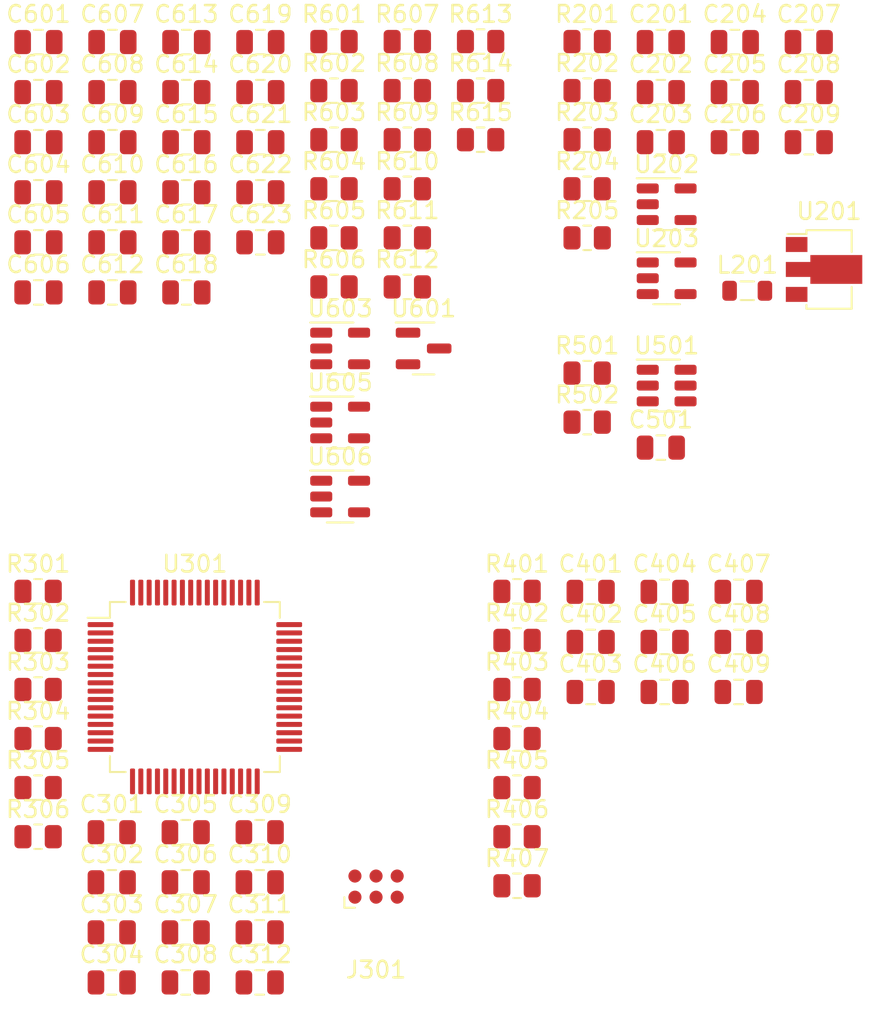
<source format=kicad_pcb>
(kicad_pcb (version 20221018) (generator pcbnew)
  (layers (0 "F.Cu" signal) (31 "B.Cu" signal) (34 "B.Paste" user) (35 "F.Paste" user) (36 "B.SilkS" user "B.Silkscreen") (37 "F.SilkS" user "F.Silkscreen") (38 "B.Mask" user) (39 "F.Mask" user) (44 "Edge.Cuts" user))
  (net 0 "")
  (net 1 "VBUS")
  (net 2 "GND")
  (net 3 "+5V")
  (net 4 "/PowerSupply/5V_FILT")
  (net 5 "+3.3VA")
  (net 6 "+3V3")
  (net 7 "/PowerSupply/BUCK_FB")
  (net 8 "Net-(U203-+)")
  (net 9 "/Processor/VCAP")
  (net 10 "/Processor/HSE_IN")
  (net 11 "Net-(C308-Pad1)")
  (net 12 "/Processor/nRST")
  (net 13 "Net-(C401-Pad1)")
  (net 14 "Net-(C402-Pad1)")
  (net 15 "/Effect Controls/PEDAL_EN")
  (net 16 "/Effect Controls/EFFECT1_KNOB0")
  (net 17 "/Effect Controls/EFFECT2_KNOB0")
  (net 18 "/Effect Controls/EFFECT1_KNOB1")
  (net 19 "/Effect Controls/EFFECT2_KNOB1")
  (net 20 "/Effect Controls/EFFECT1_KNOB2")
  (net 21 "/Effect Controls/EFFECT2_KNOB2")
  (net 22 "/Data Converters/ADC_VREF_VIN")
  (net 23 "/Data Converters/ADC_VREF")
  (net 24 "Net-(C606-Pad1)")
  (net 25 "Net-(U603-+)")
  (net 26 "Net-(U602-VREFIN{slash}OUT)")
  (net 27 "Net-(C613-Pad2)")
  (net 28 "Net-(U605--)")
  (net 29 "Net-(C616-Pad2)")
  (net 30 "Net-(C617-Pad2)")
  (net 31 "Net-(U605-+)")
  (net 32 "Net-(U606--)")
  (net 33 "Net-(C620-Pad2)")
  (net 34 "Net-(U606-+)")
  (net 35 "/Data Converters/ADC_IN-")
  (net 36 "/Data Converters/ADC_IN+")
  (net 37 "Net-(D304-A2)")
  (net 38 "Net-(D302-A2)")
  (net 39 "Net-(D303-A2)")
  (net 40 "Net-(D305-A2)")
  (net 41 "/Processor/HSE_OUT")
  (net 42 "/Processor/SWCLK")
  (net 43 "/Processor/SWDIO")
  (net 44 "/Processor/SWO")
  (net 45 "Net-(U301-BOOT0)")
  (net 46 "/Effect Controls/EFFECT1_EN")
  (net 47 "/Effect Controls/EFFECT2_EN")
  (net 48 "Net-(D401-A2)")
  (net 49 "Net-(D402-A2)")
  (net 50 "Net-(D403-A2)")
  (net 51 "Net-(SW402-L2)")
  (net 52 "Net-(D404-A1)")
  (net 53 "Net-(SW403-L2)")
  (net 54 "Net-(D405-A1)")
  (net 55 "Net-(J501-CC2)")
  (net 56 "Net-(J501-CC1)")
  (net 57 "Net-(D601-A2)")
  (net 58 "VCOM")
  (net 59 "Net-(U602-VOUT_B)")
  (net 60 "Net-(U602-VOUT_A)")
  (net 61 "Net-(U603--)")
  (net 62 "Net-(U604-SCLK)")
  (net 63 "/Data Converters/ADC_SCLK")
  (net 64 "Net-(D602-A2)")
  (net 65 "/PowerSupply/BUCK_SW")
  (net 69 "/Data Converters/DAC_MOSI")
  (net 71 "/Data Converters/DAC_SCLK")
  (net 72 "/Data Converters/DAC_CS")
  (net 87 "/Data Converters/DAC_NLDAC")
  (net 88 "/Data Converters/DAC_NCLR")
  (net 90 "/USB/D-")
  (net 91 "/USB/D+")
  (net 92 "/Data Converters/ADC_NCS")
  (net 93 "/Data Converters/ADC_MISO")
  (footprint "Package_TO_SOT_SMD:SOT-23-5" (layer "F.Cu") (at 51.28 57.46)
    (fp_text reference "U605" (at 0 -2.4) (layer "F.SilkS"))
    (fp_text value "MCP6001-OT")
    (pad "1" smd roundrect (at -1.1375 -0.95) (size 1.325 0.6) (layers "F.Cu" "F.Paste" "F.Mask") (net 28 "Net-(U605--)"))
    (pad "2" smd roundrect (at -1.1375 0) (size 1.325 0.6) (layers "F.Cu" "F.Paste" "F.Mask") (net 2 "GND"))
    (pad "3" smd roundrect (at -1.1375 0.95) (size 1.325 0.6) (layers "F.Cu" "F.Paste" "F.Mask") (net 31 "Net-(U605-+)"))
    (pad "4" smd roundrect (at 1.1375 0.95) (size 1.325 0.6) (layers "F.Cu" "F.Paste" "F.Mask") (net 28 "Net-(U605--)"))
    (pad "5" smd roundrect (at 1.1375 -0.95) (size 1.325 0.6) (layers "F.Cu" "F.Paste" "F.Mask") (net 5 "+3.3VA"))
  )
  (footprint "Capacitor_SMD:C_0805_2012Metric" (layer "F.Cu") (at 42.03 34.59)
    (fp_text reference "C613" (at 0 -1.68) (layer "F.SilkS"))
    (fp_text value "1n")
    (pad "1" smd roundrect (at -0.95 0) (size 1 1.45) (layers "F.Cu" "F.Paste" "F.Mask") (net 2 "GND"))
    (pad "2" smd roundrect (at 0.95 0) (size 1 1.45) (layers "F.Cu" "F.Paste" "F.Mask") (net 27 "Net-(C613-Pad2)"))
  )
  (footprint "Capacitor_SMD:C_0805_2012Metric" (layer "F.Cu") (at 41.99 85.1)
    (fp_text reference "C306" (at 0 -1.68) (layer "F.SilkS"))
    (fp_text value "1u")
    (pad "1" smd roundrect (at -0.95 0) (size 1 1.45) (layers "F.Cu" "F.Paste" "F.Mask") (net 6 "+3V3"))
    (pad "2" smd roundrect (at 0.95 0) (size 1 1.45) (layers "F.Cu" "F.Paste" "F.Mask") (net 2 "GND"))
  )
  (footprint "Capacitor_SMD:C_0805_2012Metric" (layer "F.Cu") (at 70.8 73.66)
    (fp_text reference "C406" (at 0 -1.68) (layer "F.SilkS"))
    (fp_text value "100n")
    (pad "1" smd roundrect (at -0.95 0) (size 1 1.45) (layers "F.Cu" "F.Paste" "F.Mask") (net 18 "/Effect Controls/EFFECT1_KNOB1"))
    (pad "2" smd roundrect (at 0.95 0) (size 1 1.45) (layers "F.Cu" "F.Paste" "F.Mask") (net 2 "GND"))
  )
  (footprint "Capacitor_SMD:C_0805_2012Metric" (layer "F.Cu") (at 70.57 37.6)
    (fp_text reference "C202" (at 0 -1.68) (layer "F.SilkS"))
    (fp_text value "1u")
    (pad "1" smd roundrect (at -0.95 0) (size 1 1.45) (layers "F.Cu" "F.Paste" "F.Mask") (net 3 "+5V"))
    (pad "2" smd roundrect (at 0.95 0) (size 1 1.45) (layers "F.Cu" "F.Paste" "F.Mask") (net 2 "GND"))
  )
  (footprint "Package_TO_SOT_SMD:SOT-23-6" (layer "F.Cu") (at 70.92 55.24)
    (fp_text reference "U501" (at 0 -2.4) (layer "F.SilkS"))
    (fp_text value "USBLC6-2SC6")
    (pad "1" smd roundrect (at -1.1375 -0.95) (size 1.325 0.6) (layers "F.Cu" "F.Paste" "F.Mask") (net 91 "/USB/D+"))
    (pad "2" smd roundrect (at -1.1375 0) (size 1.325 0.6) (layers "F.Cu" "F.Paste" "F.Mask") (net 2 "GND"))
    (pad "3" smd roundrect (at -1.1375 0.95) (size 1.325 0.6) (layers "F.Cu" "F.Paste" "F.Mask") (net 90 "/USB/D-"))
    (pad "4" smd roundrect (at 1.1375 0.95) (size 1.325 0.6) (layers "F.Cu" "F.Paste" "F.Mask") (net 90 "/USB/D-"))
    (pad "5" smd roundrect (at 1.1375 0) (size 1.325 0.6) (layers "F.Cu" "F.Paste" "F.Mask") (net 1 "VBUS"))
    (pad "6" smd roundrect (at 1.1375 -0.95) (size 1.325 0.6) (layers "F.Cu" "F.Paste" "F.Mask") (net 91 "/USB/D+"))
  )
  (footprint "Resistor_SMD:R_0805_2012Metric" (layer "F.Cu") (at 55.32 37.51)
    (fp_text reference "R608" (at 0 -1.65) (layer "F.SilkS"))
    (fp_text value "6K8")
    (pad "1" smd roundrect (at -0.9125 0) (size 1.025 1.4) (layers "F.Cu" "F.Paste" "F.Mask") (roundrect_rratio 0.243902) (net 61 "Net-(U603--)"))
    (pad "2" smd roundrect (at 0.9125 0) (size 1.025 1.4) (layers "F.Cu" "F.Paste" "F.Mask") (roundrect_rratio 0.243902) (net 30 "Net-(C617-Pad2)"))
  )
  (footprint "Capacitor_SMD:C_0805_2012Metric" (layer "F.Cu") (at 37.58 34.59)
    (fp_text reference "C607" (at 0 -1.68) (layer "F.SilkS"))
    (fp_text value "100n")
    (pad "1" smd roundrect (at -0.95 0) (size 1 1.45) (layers "F.Cu" "F.Paste" "F.Mask") (net 23 "/Data Converters/ADC_VREF"))
    (pad "2" smd roundrect (at 0.95 0) (size 1 1.45) (layers "F.Cu" "F.Paste" "F.Mask") (net 2 "GND"))
  )
  (footprint "Capacitor_SMD:C_0805_2012Metric" (layer "F.Cu") (at 46.44 88.11)
    (fp_text reference "C311" (at 0 -1.68) (layer "F.SilkS"))
    (fp_text value "4.7u")
    (pad "1" smd roundrect (at -0.95 0) (size 1 1.45) (layers "F.Cu" "F.Paste" "F.Mask") (net 6 "+3V3"))
    (pad "2" smd roundrect (at 0.95 0) (size 1 1.45) (layers "F.Cu" "F.Paste" "F.Mask") (net 2 "GND"))
  )
  (footprint "Resistor_SMD:R_0805_2012Metric" (layer "F.Cu") (at 66.14 46.36)
    (fp_text reference "R205" (at 0 -1.65) (layer "F.SilkS"))
    (fp_text value "1k")
    (pad "1" smd roundrect (at -0.9125 0) (size 1.025 1.4) (layers "F.Cu" "F.Paste" "F.Mask") (roundrect_rratio 0.243902) (net 2 "GND"))
    (pad "2" smd roundrect (at 0.9125 0) (size 1.025 1.4) (layers "F.Cu" "F.Paste" "F.Mask") (roundrect_rratio 0.243902) (net 8 "Net-(U203-+)"))
  )
  (footprint "Resistor_SMD:R_0805_2012Metric" (layer "F.Cu") (at 50.91 43.41)
    (fp_text reference "R604" (at 0 -1.65) (layer "F.SilkS"))
    (fp_text value "2M2")
    (pad "1" smd roundrect (at -0.9125 0) (size 1.025 1.4) (layers "F.Cu" "F.Paste" "F.Mask") (roundrect_rratio 0.243902) (net 58 "VCOM"))
    (pad "2" smd roundrect (at 0.9125 0) (size 1.025 1.4) (layers "F.Cu" "F.Paste" "F.Mask") (roundrect_rratio 0.243902) (net 25 "Net-(U603-+)"))
  )
  (footprint "Capacitor_SMD:C_0805_2012Metric" (layer "F.Cu") (at 37.58 43.62)
    (fp_text reference "C610" (at 0 -1.68) (layer "F.SilkS"))
    (fp_text value "10u")
    (pad "1" smd roundrect (at -0.95 0) (size 1 1.45) (layers "F.Cu" "F.Paste" "F.Mask") (net 5 "+3.3VA"))
    (pad "2" smd roundrect (at 0.95 0) (size 1 1.45) (layers "F.Cu" "F.Paste" "F.Mask") (net 2 "GND"))
  )
  (footprint "Capacitor_SMD:C_0805_2012Metric" (layer "F.Cu") (at 46.48 43.62)
    (fp_text reference "C622" (at 0 -1.68) (layer "F.SilkS"))
    (fp_text value "100n")
    (pad "1" smd roundrect (at -0.95 0) (size 1 1.45) (layers "F.Cu" "F.Paste" "F.Mask") (net 2 "GND"))
    (pad "2" smd roundrect (at 0.95 0) (size 1 1.45) (layers "F.Cu" "F.Paste" "F.Mask") (net 5 "+3.3VA"))
  )
  (footprint "Resistor_SMD:R_0805_2012Metric" (layer "F.Cu") (at 55.32 40.46)
    (fp_text reference "R609" (at 0 -1.65) (layer "F.SilkS"))
    (fp_text value "0R")
    (pad "1" smd roundrect (at -0.9125 0) (size 1.025 1.4) (layers "F.Cu" "F.Paste" "F.Mask") (roundrect_rratio 0.243902) (net 62 "Net-(U604-SCLK)"))
    (pad "2" smd roundrect (at 0.9125 0) (size 1.025 1.4) (layers "F.Cu" "F.Paste" "F.Mask") (roundrect_rratio 0.243902) (net 63 "/Data Converters/ADC_SCLK"))
  )
  (footprint "Capacitor_SMD:C_0805_2012Metric" (layer "F.Cu") (at 37.54 85.1)
    (fp_text reference "C302" (at 0 -1.68) (layer "F.SilkS"))
    (fp_text value "100n")
    (pad "1" smd roundrect (at -0.95 0) (size 1 1.45) (layers "F.Cu" "F.Paste" "F.Mask") (net 6 "+3V3"))
    (pad "2" smd roundrect (at 0.95 0) (size 1 1.45) (layers "F.Cu" "F.Paste" "F.Mask") (net 2 "GND"))
  )
  (footprint "Resistor_SMD:R_0805_2012Metric" (layer "F.Cu") (at 66.14 34.56)
    (fp_text reference "R201" (at 0 -1.65) (layer "F.SilkS"))
    (fp_text value "10R")
    (pad "1" smd roundrect (at -0.9125 0) (size 1.025 1.4) (layers "F.Cu" "F.Paste" "F.Mask") (roundrect_rratio 0.243902) (net 3 "+5V"))
    (pad "2" smd roundrect (at 0.9125 0) (size 1.025 1.4) (layers "F.Cu" "F.Paste" "F.Mask") (roundrect_rratio 0.243902) (net 4 "/PowerSupply/5V_FILT"))
  )
  (footprint "Capacitor_SMD:C_0805_2012Metric" (layer "F.Cu") (at 70.57 40.61)
    (fp_text reference "C203" (at 0 -1.68) (layer "F.SilkS"))
    (fp_text value "22u")
    (pad "1" smd roundrect (at -0.95 0) (size 1 1.45) (layers "F.Cu" "F.Paste" "F.Mask") (net 4 "/PowerSupply/5V_FILT"))
    (pad "2" smd roundrect (at 0.95 0) (size 1 1.45) (layers "F.Cu" "F.Paste" "F.Mask") (net 2 "GND"))
  )
  (footprint "Capacitor_SMD:C_0805_2012Metric" (layer "F.Cu") (at 46.44 85.1)
    (fp_text reference "C310" (at 0 -1.68) (layer "F.SilkS"))
    (fp_text value "100n")
    (pad "1" smd roundrect (at -0.95 0) (size 1 1.45) (layers "F.Cu" "F.Paste" "F.Mask") (net 6 "+3V3"))
    (pad "2" smd roundrect (at 0.95 0) (size 1 1.45) (layers "F.Cu" "F.Paste" "F.Mask") (net 2 "GND"))
  )
  (footprint "Capacitor_SMD:C_0805_2012Metric" (layer "F.Cu") (at 37.54 88.11)
    (fp_text reference "C303" (at 0 -1.68) (layer "F.SilkS"))
    (fp_text value "100n")
    (pad "1" smd roundrect (at -0.95 0) (size 1 1.45) (layers "F.Cu" "F.Paste" "F.Mask") (net 6 "+3V3"))
    (pad "2" smd roundrect (at 0.95 0) (size 1 1.45) (layers "F.Cu" "F.Paste" "F.Mask") (net 2 "GND"))
  )
  (footprint "Resistor_SMD:R_0805_2012Metric" (layer "F.Cu") (at 61.92 85.31)
    (fp_text reference "R407" (at 0 -1.65) (layer "F.SilkS"))
    (fp_text value "1K")
    (pad "1" smd roundrect (at -0.9125 0) (size 1.025 1.4) (layers "F.Cu" "F.Paste" "F.Mask") (roundrect_rratio 0.243902) (net 53 "Net-(SW403-L2)"))
    (pad "2" smd roundrect (at 0.9125 0) (size 1.025 1.4) (layers "F.Cu" "F.Paste" "F.Mask") (roundrect_rratio 0.243902) (net 54 "Net-(D405-A1)"))
  )
  (footprint "Resistor_SMD:R_0805_2012Metric" (layer "F.Cu") (at 66.14 43.41)
    (fp_text reference "R204" (at 0 -1.65) (layer "F.SilkS"))
    (fp_text value "1k")
    (pad "1" smd roundrect (at -0.9125 0) (size 1.025 1.4) (layers "F.Cu" "F.Paste" "F.Mask") (roundrect_rratio 0.243902) (net 8 "Net-(U203-+)"))
    (pad "2" smd roundrect (at 0.9125 0) (size 1.025 1.4) (layers "F.Cu" "F.Paste" "F.Mask") (roundrect_rratio 0.243902) (net 5 "+3.3VA"))
  )
  (footprint "Resistor_SMD:R_0805_2012Metric" (layer "F.Cu") (at 33.11 79.41)
    (fp_text reference "R305" (at 0 -1.65) (layer "F.SilkS"))
    (fp_text value "49.9R")
    (pad "1" smd roundrect (at -0.9125 0) (size 1.025 1.4) (layers "F.Cu" "F.Paste" "F.Mask") (roundrect_rratio 0.243902) (net 40 "Net-(D305-A2)"))
    (pad "2" smd roundrect (at 0.9125 0) (size 1.025 1.4) (layers "F.Cu" "F.Paste" "F.Mask") (roundrect_rratio 0.243902) (net 44 "/Processor/SWO"))
  )
  (footprint "Resistor_SMD:R_0805_2012Metric" (layer "F.Cu") (at 55.32 49.31)
    (fp_text reference "R612" (at 0 -1.65) (layer "F.SilkS"))
    (fp_text value "12K")
    (pad "1" smd roundrect (at -0.9125 0) (size 1.025 1.4) (layers "F.Cu" "F.Paste" "F.Mask") (roundrect_rratio 0.243902) (net 33 "Net-(C620-Pad2)"))
    (pad "2" smd roundrect (at 0.9125 0) (size 1.025 1.4) (layers "F.Cu" "F.Paste" "F.Mask") (roundrect_rratio 0.243902) (net 34 "Net-(U606-+)"))
  )
  (footprint "Inductor_SMD:L_0805_2012Metric" (layer "F.Cu") (at 75.77 49.54)
    (fp_text reference "L201" (at 0 -1.55) (layer "F.SilkS"))
    (fp_text value "10n")
    (pad "1" smd roundrect (at -1.0625 0) (size 0.875 1.2) (layers "F.Cu" "F.Paste" "F.Mask") (net 1 "VBUS"))
    (pad "2" smd roundrect (at 1.0625 0) (size 0.875 1.2) (layers "F.Cu" "F.Paste" "F.Mask") (net 3 "+5V"))
  )
  (footprint "Capacitor_SMD:C_0805_2012Metric" (layer "F.Cu") (at 75.25 67.64)
    (fp_text reference "C407" (at 0 -1.68) (layer "F.SilkS"))
    (fp_text value "100n")
    (pad "1" smd roundrect (at -0.95 0) (size 1 1.45) (layers "F.Cu" "F.Paste" "F.Mask") (net 19 "/Effect Controls/EFFECT2_KNOB1"))
    (pad "2" smd roundrect (at 0.95 0) (size 1 1.45) (layers "F.Cu" "F.Paste" "F.Mask") (net 2 "GND"))
  )
  (footprint "Resistor_SMD:R_0805_2012Metric" (layer "F.Cu") (at 66.14 57.44)
    (fp_text reference "R502" (at 0 -1.65) (layer "F.SilkS"))
    (fp_text value "5K1")
    (pad "1" smd roundrect (at -0.9125 0) (size 1.025 1.4) (layers "F.Cu" "F.Paste" "F.Mask") (roundrect_rratio 0.243902) (net 2 "GND"))
    (pad "2" smd roundrect (at 0.9125 0) (size 1.025 1.4) (layers "F.Cu" "F.Paste" "F.Mask") (roundrect_rratio 0.243902) (net 56 "Net-(J501-CC1)"))
  )
  (footprint "Package_TO_SOT_SMD:SOT-23-5" (layer "F.Cu") (at 51.28 53.01)
    (fp_text reference "U603" (at 0 -2.4) (layer "F.SilkS"))
    (fp_text value "MCP6001-OT")
    (pad "1" smd roundrect (at -1.1375 -0.95) (size 1.325 0.6) (layers "F.Cu" "F.Paste" "F.Mask") (net 61 "Net-(U603--)"))
    (pad "2" smd roundrect (at -1.1375 0) (size 1.325 0.6) (layers "F.Cu" "F.Paste" "F.Mask") (net 2 "GND"))
    (pad "3" smd roundrect (at -1.1375 0.95) (size 1.325 0.6) (layers "F.Cu" "F.Paste" "F.Mask") (net 25 "Net-(U603-+)"))
    (pad "4" smd roundrect (at 1.1375 0.95) (size 1.325 0.6) (layers "F.Cu" "F.Paste" "F.Mask") (net 61 "Net-(U603--)"))
    (pad "5" smd roundrect (at 1.1375 -0.95) (size 1.325 0.6) (layers "F.Cu" "F.Paste" "F.Mask") (net 5 "+3.3VA"))
  )
  (footprint "Resistor_SMD:R_0805_2012Metric" (layer "F.Cu") (at 33.11 67.61)
    (fp_text reference "R301" (at 0 -1.65) (layer "F.SilkS"))
    (fp_text value "0R")
    (pad "1" smd roundrect (at -0.9125 0) (size 1.025 1.4) (layers "F.Cu" "F.Paste" "F.Mask") (roundrect_rratio 0.243902) (net 11 "Net-(C308-Pad1)"))
    (pad "2" smd roundrect (at 0.9125 0) (size 1.025 1.4) (layers "F.Cu" "F.Paste" "F.Mask") (roundrect_rratio 0.243902) (net 41 "/Processor/HSE_OUT"))
  )
  (footprint "Resistor_SMD:R_0805_2012Metric" (layer "F.Cu") (at 50.91 49.31)
    (fp_text reference "R606" (at 0 -1.65) (layer "F.SilkS"))
    (fp_text value "6K8")
    (pad "1" smd roundrect (at -0.9125 0) (size 1.025 1.4) (layers "F.Cu" "F.Paste" "F.Mask") (roundrect_rratio 0.243902) (net 60 "Net-(U602-VOUT_A)"))
    (pad "2" smd roundrect (at 0.9125 0) (size 1.025 1.4) (layers "F.Cu" "F.Paste" "F.Mask") (roundrect_rratio 0.243902) (net 27 "Net-(C613-Pad2)"))
  )
  (footprint "Resistor_SMD:R_0805_2012Metric" (layer "F.Cu") (at 33.11 76.46)
    (fp_text reference "R304" (at 0 -1.65) (layer "F.SilkS"))
    (fp_text value "49.9R")
    (pad "1" smd roundrect (at -0.9125 0) (size 1.025 1.4) (layers "F.Cu" "F.Paste" "F.Mask") (roundrect_rratio 0.243902) (net 37 "Net-(D304-A2)"))
    (pad "2" smd roundrect (at 0.9125 0) (size 1.025 1.4) (layers "F.Cu" "F.Paste" "F.Mask") (roundrect_rratio 0.243902) (net 43 "/Processor/SWDIO"))
  )
  (footprint "Capacitor_SMD:C_0805_2012Metric" (layer "F.Cu") (at 79.47 34.59)
    (fp_text reference "C207" (at 0 -1.68) (layer "F.SilkS"))
    (fp_text value "DNP")
    (pad "1" smd roundrect (at -0.95 0) (size 1 1.45) (layers "F.Cu" "F.Paste" "F.Mask") (net 6 "+3V3"))
    (pad "2" smd roundrect (at 0.95 0) (size 1 1.45) (layers "F.Cu" "F.Paste" "F.Mask") (net 7 "/PowerSupply/BUCK_FB"))
  )
  (footprint "Resistor_SMD:R_0805_2012Metric" (layer "F.Cu") (at 59.73 37.51)
    (fp_text reference "R614" (at 0 -1.65) (layer "F.SilkS"))
    (fp_text value "1K")
    (pad "1" smd roundrect (at -0.9125 0) (size 1.025 1.4) (layers "F.Cu" "F.Paste" "F.Mask") (roundrect_rratio 0.243902) (net 32 "Net-(U606--)"))
    (pad "2" smd roundrect (at 0.9125 0) (size 1.025 1.4) (layers "F.Cu" "F.Paste" "F.Mask") (roundrect_rratio 0.243902) (net 36 "/Data Converters/ADC_IN+"))
  )
  (footprint "Capacitor_SMD:C_0805_2012Metric" (layer "F.Cu") (at 42.03 40.61)
    (fp_text reference "C615" (at 0 -1.68) (layer "F.SilkS"))
    (fp_text value "10u")
    (pad "1" smd roundrect (at -0.95 0) (size 1 1.45) (layers "F.Cu" "F.Paste" "F.Mask") (net 6 "+3V3"))
    (pad "2" smd roundrect (at 0.95 0) (size 1 1.45) (layers "F.Cu" "F.Paste" "F.Mask") (net 2 "GND"))
  )
  (footprint "Capacitor_SMD:C_0805_2012Metric" (layer "F.Cu") (at 75.02 34.59)
    (fp_text reference "C204" (at 0 -1.68) (layer "F.SilkS"))
    (fp_text value "22u")
    (pad "1" smd roundrect (at -0.95 0) (size 1 1.45) (layers "F.Cu" "F.Paste" "F.Mask") (net 3 "+5V"))
    (pad "2" smd roundrect (at 0.95 0) (size 1 1.45) (layers "F.Cu" "F.Paste" "F.Mask") (net 2 "GND"))
  )
  (footprint "Capacitor_SMD:C_0805_2012Metric" (layer "F.Cu") (at 37.58 40.61)
    (fp_text reference "C609" (at 0 -1.68) (layer "F.SilkS"))
    (fp_text value "1u")
    (pad "1" smd roundrect (at -0.95 0) (size 1 1.45) (layers "F.Cu" "F.Paste" "F.Mask") (net 2 "GND"))
    (pad "2" smd roundrect (at 0.95 0) (size 1 1.45) (layers "F.Cu" "F.Paste" "F.Mask") (net 26 "Net-(U602-VREFIN{slash}OUT)"))
  )
  (footprint "Capacitor_SMD:C_0805_2012Metric" (layer "F.Cu") (at 41.99 91.12)
    (fp_text reference "C308" (at 0 -1.68) (layer "F.SilkS"))
    (fp_text value "10p")
    (pad "1" smd roundrect (at -0.95 0) (size 1 1.45) (layers "F.Cu" "F.Paste" "F.Mask") (net 11 "Net-(C308-Pad1)"))
    (pad "2" smd roundrect (at 0.95 0) (size 1 1.45) (layers "F.Cu" "F.Paste" "F.Mask") (net 2 "GND"))
  )
  (footprint "Connector:Tag-Connect_TC2030-IDC-FP_2x03_P1.27mm_Vertical" (layer "F.Cu") (at 53.44 85.36)
    (fp_text reference "J301" (at 0 5) (layer "F.SilkS"))
    (fp_text value "TagConnect_TC2030")
    (pad "" np_thru_hole circle (at -2.54 -2.54) (size 2.3749 2.3749) (drill 2.3749) (layers "*.Cu" "*.Mask"))
    (pad "" np_thru_hole circle (at -2.54 0) (size 0.9906 0.9906) (drill 0.9906) (layers "*.Cu" "*.Mask"))
    (pad "" np_thru_hole circle (at -2.54 2.54) (size 2.3749 2.3749) (drill 2.3749) (layers "*.Cu" "*.Mask"))
    (pad "" np_thru_hole circle (at 0.635 -2.54) (size 2.3749 2.3749) (drill 2.3749) (layers "*.Cu" "*.Mask"))
    (pad "" np_thru_hole circle (at 0.635 2.54) (size 2.3749 2.3749) (drill 2.3749) (layers "*.Cu" "*.Mask"))
    (pad "" np_thru_hole circle (at 2.54 -1.016) (size 0.9906 0.9906) (drill 0.9906) (layers "*.Cu" "*.Mask"))
    (pad "" np_thru_hole circle (at 2.54 1.016) (size 0.9906 0.9906) (drill 0.9906) (layers "*.Cu" "*.Mask"))
    (pad "1" connect circle (at -1.27 0.635) (size 0.7874 0.7874) (layers "F.Cu" "F.Mask") (net 6 "+3V3"))
    (pad "2" connect circle (at -1.27 -0.635) (size 0.7874 0.7874) (layers "F.Cu" "F.Mask") (net 37 "Net-(D304-A2)"))
    (pad "3" connect circle (at 0 0.635) (size 0.7874 0.7874) (layers "F.Cu" "F.Mask") (net 38 "Net-(D302-A2)"))
    (pad "4" connect circle (at 0 -0.635) (size 0.7874 0.7874) (layers "F.Cu" "F.Mask") (net 39 "Net-(D303-A2)"))
    (pad "5" connect circle (at 1.27 0.635) (size 0.7874 0.7874) (layers "F.Cu" "F.Mask") (net 2 "GND"))
    (pad "6" connect circle (at 1.27 -0.635) (size 0.7874 0.7874) (layers "F.Cu" "F.Mask") (net 40 "Net-(D305-A2)"))
  )
  (footprint "Capacitor_SMD:C_0805_2012Metric" (layer "F.Cu") (at 70.8 70.65)
    (fp_text reference "C405" (at 0 -1.68) (layer "F.SilkS"))
    (fp_text value "100n")
    (pad "1" smd roundrect (at -0.95 0) (size 1 1.45) (layers "F.Cu" "F.Paste" "F.Mask") (net 17 "/Effect Controls/EFFECT2_KNOB0"))
    (pad "2" smd roundrect (at 0.95 0) (size 1 1.45) (layers "F.Cu" "F.Paste" "F.Mask") (net 2 "GND"))
  )
  (footprint "Capacitor_SMD:C_0805_2012Metric" (layer "F.Cu") (at 66.35 67.64)
    (fp_text reference "C401" (at 0 -1.68) (layer "F.SilkS"))
    (fp_text value "100n")
    (pad "1" smd roundrect (at -0.95 0) (size 1 1.45) (layers "F.Cu" "F.Paste" "F.Mask") (net 13 "Net-(C401-Pad1)"))
    (pad "2" smd roundrect (at 0.95 0) (size 1 1.45) (layers "F.Cu" "F.Paste" "F.Mask") (net 2 "GND"))
  )
  (footprint "Resistor_SMD:R_0805_2012Metric" (layer "F.Cu") (at 61.92 73.51)
    (fp_text reference "R403" (at 0 -1.65) (layer "F.SilkS"))
    (fp_text value "1K")
    (pad "1" smd roundrect (at -0.9125 0) (size 1.025 1.4) (layers "F.Cu" "F.Paste" "F.Mask") (roundrect_rratio 0.243902) (net 13 "Net-(C401-Pad1)"))
    (pad "2" smd roundrect (at 0.9125 0) (size 1.025 1.4) (layers "F.Cu" "F.Paste" "F.Mask") (roundrect_rratio 0.243902) (net 48 "Net-(D401-A2)"))
  )
  (footprint "Package_TO_SOT_SMD:SOT-23-5" (layer "F.Cu") (at 70.92 48.79)
    (fp_text reference "U203" (at 0 -2.4) (layer "F.SilkS"))
    (fp_text value "MCP6001-OT")
    (pad "1" smd roundrect (at -1.1375 -0.95) (size 1.325 0.6) (layers "F.Cu" "F.Paste" "F.Mask") (net 58 "VCOM"))
    (pad "2" smd roundrect (at -1.1375 0) (size 1.325 0.6) (layers "F.Cu" "F.Paste" "F.Mask") (net 2 "GND"))
    (pad "3" smd roundrect (at -1.1375 0.95) (size 1.325 0.6) (layers "F.Cu" "F.Paste" "F.Mask") (net 8 "Net-(U203-+)"))
    (pad "4" smd roundrect (at 1.1375 0.95) (size 1.325 0.6) (layers "F.Cu" "F.Paste" "F.Mask") (net 58 "VCOM"))
    (pad "5" smd roundrect (at 1.1375 -0.95) (size 1.325 0.6) (layers "F.Cu" "F.Paste" "F.Mask") (net 5 "+3.3VA"))
  )
  (footprint "Capacitor_SMD:C_0805_2012Metric" (layer "F.Cu") (at 33.13 37.6)
    (fp_text reference "C602" (at 0 -1.68) (layer "F.SilkS"))
    (fp_text value "10u")
    (pad "1" smd roundrect (at -0.95 0) (size 1 1.45) (layers "F.Cu" "F.Paste" "F.Mask") (net 22 "/Data Converters/ADC_VREF_VIN"))
    (pad "2" smd roundrect (at 0.95 0) (size 1 1.45) (layers "F.Cu" "F.Paste" "F.Mask") (net 2 "GND"))
  )
  (footprint "Capacitor_SMD:C_0805_2012Metric" (layer "F.Cu") (at 75.25 73.66)
    (fp_text reference "C409" (at 0 -1.68) (layer "F.SilkS"))
    (fp_text value "100n")
    (pad "1" smd roundrect (at -0.95 0) (size 1 1.45) (layers "F.Cu" "F.Paste" "F.Mask") (net 21 "/Effect Controls/EFFECT2_KNOB2"))
    (pad "2" smd roundrect (at 0.95 0) (size 1 1.45) (layers "F.Cu" "F.Paste" "F.Mask") (net 2 "GND"))
  )
  (footprint "Capacitor_SMD:C_0805_2012Metric" (layer "F.Cu") (at 75.25 70.65)
    (fp_text reference "C408" (at 0 -1.68) (layer "F.SilkS"))
    (fp_text value "100n")
    (pad "1" smd roundrect (at -0.95 0) (size 1 1.45) (layers "F.Cu" "F.Paste" "F.Mask") (net 20 "/Effect Controls/EFFECT1_KNOB2"))
    (pad "2" smd roundrect (at 0.95 0) (size 1 1.45) (layers "F.Cu" "F.Paste" "F.Mask") (net 2 "GND"))
  )
  (footprint "Capacitor_SMD:C_0805_2012Metric" (layer "F.Cu") (at 42.03 37.6)
    (fp_text reference "C614" (at 0 -1.68) (layer "F.SilkS"))
    (fp_text value "100n")
    (pad "1" smd roundrect (at -0.95 0) (size 1 1.45) (layers "F.Cu" "F.Paste" "F.Mask") (net 6 "+3V3"))
    (pad "2" smd roundrect (at 0.95 0) (size 1 1.45) (layers "F.Cu" "F.Paste" "F.Mask") (net 2 "GND"))
  )
  (footprint "Capacitor_SMD:C_0805_2012Metric" (layer "F.Cu") (at 37.54 91.12)
    (fp_text reference "C304" (at 0 -1.68) (layer "F.SilkS"))
    (fp_text value "10p")
    (pad "1" smd roundrect (at -0.95 0) (size 1 1.45) (layers "F.Cu" "F.Paste" "F.Mask") (net 10 "/Processor/HSE_IN"))
    (pad "2" smd roundrect (at 0.95 0) (size 1 1.45) (layers "F.Cu" "F.Paste" "F.Mask") (net 2 "GND"))
  )
  (footprint "Capacitor_SMD:C_0805_2012Metric" (layer "F.Cu") (at 33.13 46.63)
    (fp_text reference "C605" (at 0 -1.68) (layer "F.SilkS"))
    (fp_text value "10u")
    (pad "1" smd roundrect (at -0.95 0) (size 1 1.45) (layers "F.Cu" "F.Paste" "F.Mask") (net 23 "/Data Converters/ADC_VREF"))
    (pad "2" smd roundrect (at 0.95 0) (size 1 1.45) (layers "F.Cu" "F.Paste" "F.Mask") (net 2 "GND"))
  )
  (footprint "Package_TO_SOT_SMD:SOT-23-5" (layer "F.Cu") (at 70.92 44.34)
    (fp_text reference "U202" (at 0 -2.4) (layer "F.SilkS"))
    (fp_text value "TLV62569DBV")
    (pad "1" smd roundrect (at -1.1375 -0.95) (size 1.325 0.6) (layers "F.Cu" "F.Paste" "F.Mask") (net 3 "+5V"))
    (pad "2" smd roundrect (at -1.1375 0) (size 1.325 0.6) (layers "F.Cu" "F.Paste" "F.Mask") (net 2 "GND"))
    (pad "3" smd roundrect (at -1.1375 0.95) (size 1.325 0.6) (layers "F.Cu" "F.Paste" "F.Mask") (net 65 "/PowerSupply/BUCK_SW"))
    (pad "4" smd roundrect (at 1.1375 0.95) (size 1.325 0.6) (layers "F.Cu" "F.Paste" "F.Mask") (net 3 "+5V"))
    (pad "5" smd roundrect (at 1.1375 -0.95) (size 1.325 0.6) (layers "F.Cu" "F.Paste" "F.Mask") (net 7 "/PowerSupply/BUCK_FB"))
  )
  (footprint "Capacitor_SMD:C_0805_2012Metric" (layer "F.Cu") (at 75.02 37.6)
    (fp_text reference "C205" (at 0 -1.68) (layer "F.SilkS"))
    (fp_text value "22u")
    (pad "1" smd roundrect (at -0.95 0) (size 1 1.45) (layers "F.Cu" "F.Paste" "F.Mask") (net 5 "+3.3VA"))
    (pad "2" smd roundrect (at 0.95 0) (size 1 1.45) (layers "F.Cu" "F.Paste" "F.Mask") (net 2 "GND"))
  )
  (footprint "Capacitor_SMD:C_0805_2012Metric" (layer "F.Cu") (at 46.48 46.63)
    (fp_text reference "C623" (at 0 -1.68) (layer "F.SilkS"))
    (fp_text value "150p")
    (pad "1" smd roundrect (at -0.95 0) (size 1 1.45) (layers "F.Cu" "F.Paste" "F.Mask") (net 35 "/Data Converters/ADC_IN-"))
    (pad "2" smd roundrect (at 0.95 0) (size 1 1.45) (layers "F.Cu" "F.Paste" "F.Mask") (net 36 "/Data Converters/ADC_IN+"))
  )
  (footprint "Resistor_SMD:R_0805_2012Metric" (layer "F.Cu") (at 66.14 54.49)
    (fp_text reference "R501" (at 0 -1.65) (layer "F.SilkS"))
    (fp_text value "5K1")
    (pad "1" smd roundrect (at -0.9125 0) (size 1.025 1.4) (layers "F.Cu" "F.Paste" "F.Mask") (roundrect_rratio 0.243902) (net 2 "GND"))
    (pad "2" smd roundrect (at 0.9125 0) (size 1.025 1.4) (layers "F.Cu" "F.Paste" "F.Mask") (roundrect_rratio 0.243902) (net 55 "Net-(J501-CC2)"))
  )
  (footprint "Capacitor_SMD:C_0805_2012Metric" (layer "F.Cu") (at 79.47 40.61)
    (fp_text reference "C209" (at 0 -1.68) (layer "F.SilkS"))
    (fp_text value "100n")
    (pad "1" smd roundrect (at -0.95 0) (size 1 1.45) (layers "F.Cu" "F.Paste" "F.Mask") (net 2 "GND"))
    (pad "2" smd roundrect (at 0.95 0) (size 1 1.45) (layers "F.Cu" "F.Paste" "F.Mask") (net 5 "+3.3VA"))
  )
  (footprint "Capacitor_SMD:C_0805_2012Metric" (layer "F.Cu") (at 70.57 34.59)
    (fp_text reference "C201" (at 0 -1.68) (layer "F.SilkS"))
    (fp_text value "1u")
    (pad "1" smd roundrect (at -0.95 0) (size 1 1.45) (layers "F.Cu" "F.Paste" "F.Mask") (net 1 "VBUS"))
    (pad "2" smd roundrect (at 0.95 0) (size 1 1.45) (layers "F.Cu" "F.Paste" "F.Mask") (net 2 "GND"))
  )
  (footprint "Capacitor_SMD:C_0805_2012Metric" (layer "F.Cu") (at 33.13 49.64)
    (fp_text reference "C606" (at 0 -1.68) (layer "F.SilkS"))
    (fp_text value "150p")
    (pad "1" smd roundrect (at -0.95 0) (size 1 1.45) (layers "F.Cu" "F.Paste" "F.Mask") (net 24 "Net-(C606-Pad1)"))
    (pad "2" smd roundrect (at 0.95 0) (size 1 1.45) (layers "F.Cu" "F.Paste" "F.Mask") (net 2 "GND"))
  )
  (footprint "Resistor_SMD:R_0805_2012Metric" (layer "F.Cu") (at 59.73 40.46)
    (fp_text reference "R615" (at 0 -1.65) (layer "F.SilkS"))
    (fp_text value "1K")
    (pad "1" smd roundrect (at -0.9125 0) (size 1.025 1.4) (layers "F.Cu" "F.Paste" "F.Mask") (roundrect_rratio 0.243902) (net 58 "VCOM"))
    (pad "2" smd roundrect (at 0.9125 0) (size 1.025 1.4) (layers "F.Cu" "F.Paste" "F.Mask") (roundrect_rratio 0.243902) (net 35 "/Data Converters/ADC_IN-"))
  )
  (footprint "Capacitor_SMD:C_0805_2012Metric" (layer "F.Cu") (at 37.54 82.09)
    (fp_text reference "C301" (at 0 -1.68) (layer "F.SilkS"))
    (fp_text value "4.7u")
    (pad "1" smd roundrect (at -0.95 0) (size 1 1.45) (layers "F.Cu" "F.Paste" "F.Mask") (net 9 "/Processor/VCAP"))
    (pad "2" smd roundrect (at 0.95 0) (size 1 1.45) (layers "F.Cu" "F.Paste" "F.Mask") (net 2 "GND"))
  )
  (footprint "Capacitor_SMD:C_0805_2012Metric" (layer "F.Cu") (at 37.58 37.6)
    (fp_text reference "C608" (at 0 -1.68) (layer "F.SilkS"))
    (fp_text value "150p")
    (pad "1" smd roundrect (at -0.95 0) (size 1 1.45) (layers "F.Cu" "F.Paste" "F.Mask") (net 24 "Net-(C606-Pad1)"))
    (pad "2" smd roundrect (at 0.95 0) (size 1 1.45) (layers "F.Cu" "F.Paste" "F.Mask") (net 25 "Net-(U603-+)"))
  )
  (footprint "Package_TO_SOT_SMD:SOT-89-3" (layer "F.Cu") (at 80.69 48.26)
    (fp_text reference "U201" (at 0 -3.5) (layer "F.SilkS"))
    (fp_text value "HT7533-1")
    (pad "1" smd rect (at -1.95 -1.5) (size 1.3 0.9) (layers "F.Cu" "F.Paste" "F.Mask") (net 2 "GND"))
    (pad "2" smd custom (at -1.8625 0) (size 1.475 0.9) (layers "F.Cu" "F.Paste" "F.Mask") (net 4 "/PowerSupply/5V_FILT") (options (clearance outline) (anchor rect)) (primitives (gr_poly (pts (xy 3.8625 0.8665) (xy 0.7375 0.8665) (xy 0.7375 -0.8665) (xy 3.8625 -0.8665)) (width 0) (fill yes))))
    (pad "3" smd rect (at -1.95 1.5) (size 1.3 0.9) (layers "F.Cu" "F.Paste" "F.Mask") (net 5 "+3.3VA"))
  )
  (footprint "Resistor_SMD:R_0805_2012Metric" (layer "F.Cu") (at 59.73 34.56)
    (fp_text reference "R613" (at 0 -1.65) (layer "F.SilkS"))
    (fp_text value "49.9R")
    (pad "1" smd roundrect (at -0.9125 0) (size 1.025 1.4) (layers "F.Cu" "F.Paste" "F.Mask") (roundrect_rratio 0.243902) (net 28 "Net-(U605--)"))
    (pad "2" smd roundrect (at 0.9125 0) (size 1.025 1.4) (layers "F.Cu" "F.Paste" "F.Mask") (roundrect_rratio 0.243902) (net 64 "Net-(D602-A2)"))
  )
  (footprint "Package_TO_SOT_SMD:SOT-23-5" (layer "F.Cu") (at 51.28 61.91)
    (fp_text reference "U606" (at 0 -2.4) (layer "F.SilkS"))
    (fp_text value "MCP6001-OT")
    (pad "1" smd roundrect (at -1.1375 -0.95) (size 1.325 0.6) (layers "F.Cu" "F.Paste" "F.Mask") (net 32 "Net-(U606--)"))
    (pad "2" smd roundrect (at -1.1375 0) (size 1.325 0.6) (layers "F.Cu" "F.Paste" "F.Mask") (net 2 "GND"))
    (pad "3" smd roundrect (at -1.1375 0.95) (size 1.325 0.6) (layers "F.Cu" "F.Paste" "F.Mask") (net 34 "Net-(U606-+)"))
    (pad "4" smd roundrect (at 1.1375 0.95) (size 1.325 0.6) (layers "F.Cu" "F.Paste" "F.Mask") (net 32 "Net-(U606--)"))
    (pad "5" smd roundrect (at 1.1375 -0.95) (size 1.325 0.6) (layers "F.Cu" "F.Paste" "F.Mask") (net 5 "+3.3VA"))
  )
  (footprint "Resistor_SMD:R_0805_2012Metric" (layer "F.Cu") (at 55.32 34.56)
    (fp_text reference "R607" (at 0 -1.65) (layer "F.SilkS"))
    (fp_text value "22K")
    (pad "1" smd roundrect (at -0.9125 0) (size 1.025 1.4) (layers "F.Cu" "F.Paste" "F.Mask") (roundrect_rratio 0.243902) (net 27 "Net-(C613-Pad2)"))
    (pad "2" smd roundrect (at 0.9125 0) (size 1.025 1.4) (layers "F.Cu" "F.Paste" "F.Mask") (roundrect_rratio 0.243902) (net 29 "Net-(C616-Pad2)"))
  )
  (footprint "Capacitor_SMD:C_0805_2012Metric" (layer "F.Cu") (at 46.48 37.6)
    (fp_text reference "C620" (at 0 -1.68) (layer "F.SilkS"))
    (fp_text value "1n")
    (pad "1" smd roundrect (at -0.95 0) (size 1 1.45) (layers "F.Cu" "F.Paste" "F.Mask") (net 32 "Net-(U606--)"))
    (pad "2" smd roundrect (at 0.95 0) (size 1 1.45) (layers "F.Cu" "F.Paste" "F.Mask") (net 33 "Net-(C620-Pad2)"))
  )
  (footprint "Resistor_SMD:R_0805_2012Metric" (layer "F.Cu") (at 55.32 43.41)
    (fp_text reference "R610" (at 0 -1.65) (layer "F.SilkS"))
    (fp_text value "12K")
    (pad "1" smd roundrect (at -0.9125 0) (size 1.025 1.4) (layers "F.Cu" "F.Paste" "F.Mask") (roundrect_rratio 0.243902) (net 29 "Net-(C616-Pad2)"))
    (pad "2" smd roundrect (at 0.9125 0) (size 1.025 1.4) (layers "F.Cu" "F.Paste" "F.Mask") (roundrect_rratio 0.243902) (net 31 "Net-(U605-+)"))
  )
  (footprint "Capacitor_SMD:C_0805_2012Metric" (layer "F.Cu") (at 46.48 40.61)
    (fp_text reference "C621" (at 0 -1.68) (layer "F.SilkS"))
    (fp_text value "150p")
    (pad "1" smd roundrect (at -0.95 0) (size 1 1.45) (layers "F.Cu" "F.Paste" "F.Mask") (net 2 "GND"))
    (pad "2" smd roundrect (at 0.95 0) (size 1 1.45) (layers "F.Cu" "F.Paste" "F.Mask") (net 34 "Net-(U606-+)"))
  )
  (footprint "Capacitor_SMD:C_0805_2012Metric" (layer "F.Cu") (at 42.03 43.62)
    (fp_text reference "C616" (at 0 -1.68) (layer "F.SilkS"))
    (fp_text value "1n")
    (pad "1" smd roundrect (at -0.95 0) (size 1 1.45) (layers "F.Cu" "F.Paste" "F.Mask") (net 28 "Net-(U605--)"))
    (pad "2" smd roundrect (at 0.95 0) (size 1 1.45) (layers "F.Cu" "F.Paste" "F.Mask") (net 29 "Net-(C616-Pad2)"))
  )
  (footprint "Capacitor_SMD:C_0805_2012Metric" (layer "F.Cu") (at 42.03 49.64)
    (fp_text reference "C618" (at 0 -1.68) (layer "F.SilkS"))
    (fp_text value "150p")
    (pad "1" smd roundrect (at -0.95 0) (size 1 1.45) (layers "F.Cu" "F.Paste" "F.Mask") (net 2 "GND"))
    (pad "2" smd roundrect (at 0.95 0) (size 1 1.45) (layers "F.Cu" "F.Paste" "F.Mask") (net 31 "Net-(U605-+)"))
  )
  (footprint "Resistor_SMD:R_0805_2012Metric" (layer "F.Cu") (at 61.92 79.41)
    (fp_text reference "R405" (at 0 -1.65) (layer "F.SilkS"))
    (fp_text value "1K")
    (pad "1" smd roundrect (at -0.9125 0) (size 1.025 1.4) (layers "F.Cu" "F.Paste" "F.Mask") (roundrect_rratio 0.243902) (net 15 "/Effect Controls/PEDAL_EN"))
    (pad "2" smd roundrect (at 0.9125 0) (size 1.025 1.4) (layers "F.Cu" "F.Paste" "F.Mask") (roundrect_rratio 0.243902) (net 50 "Net-(D403-A2)"))
  )
  (footprint "Resistor_SMD:R_0805_2012Metric" (layer "F.Cu") (at 66.14 37.51)
    (fp_text reference "R202" (at 0 -1.65) (layer "F.SilkS"))
    (fp_text value "100k")
    (pad "1" smd roundrect (at -0.9125 0) (size 1.025 1.4) (layers "F.Cu" "F.Paste" "F.Mask") (roundrect_rratio 0.243902) (net 7 "/PowerSupply/BUCK_FB"))
    (pad "2" smd roundrect (at 0.9125 0) (size 1.025 1.4) (layers "F.Cu" "F.Paste" "F.Mask") (roundrect_rratio 0.243902) (net 6 "+3V3"))
  )
  (footprint "Resistor_SMD:R_0805_2012Metric" (layer "F.Cu") (at 50.91 40.46)
    (fp_text reference "R603" (at 0 -1.65) (layer "F.SilkS"))
    (fp_text value "2M2")
    (pad "1" smd roundrect (at -0.9125 0) (size 1.025 1.4) (layers "F.Cu" "F.Paste" "F.Mask") (roundrect_rratio 0.243902) (net 24 "Net-(C606-Pad1)"))
    (pad "2" smd roundrect (at 0.9125 0) (size 1.025 1.4) (layers "F.Cu" "F.Paste" "F.Mask") (roundrect_rratio 0.243902) (net 2 "GND"))
  )
  (footprint "Capacitor_SMD:C_0805_2012Metric" (layer "F.Cu") (at 37.58 49.64)
    (fp_text reference "C612" (at 0 -1.68) (layer "F.SilkS"))
    (fp_text value "100n")
    (pad "1" smd roundrect (at -0.95 0) (size 1 1.45) (layers "F.Cu" "F.Paste" "F.Mask") (net 5 "+3.3VA"))
    (pad "2" smd roundrect (at 0.95 0) (size 1 1.45) (layers "F.Cu" "F.Paste" "F.Mask") (net 2 "GND"))
  )
  (footprint "Capacitor_SMD:C_0805_2012Metric" (layer "F.Cu") (at 70.57 58.97)
    (fp_text reference "C501" (at 0 -1.68) (layer "F.SilkS"))
    (fp_text value "22u")
    (pad "1" smd roundrect (at -0.95 0) (size 1 1.45) (layers "F.Cu" "F.Paste" "F.Mask") (net 1 "VBUS"))
    (pad "2" smd roundrect (at 0.95 0) (size 1 1.45) (layers "F.Cu" "F.Paste" "F.Mask") (net 2 "GND"))
  )
  (footprint "Capacitor_SMD:C_0805_2012Metric" (layer "F.Cu") (at 66.35 73.66)
    (fp_text reference "C403" (at 0 -1.68) (layer "F.SilkS"))
    (fp_text value "100n")
    (pad "1" smd roundrect (at -0.95 0) (size 1 1.45) (layers "F.Cu" "F.Paste" "F.Mask") (net 15 "/Effect Controls/PEDAL_EN"))
    (pad "2" smd roundrect (at 0.95 0) (size 1 1.45) (layers "F.Cu" "F.Paste" "F.Mask") (net 2 "GND"))
  )
  (footprint "Capacitor_SMD:C_0805_2012Metric" (layer "F.Cu") (at 46.44 82.09)
    (fp_text reference "C309" (at 0 -1.68) (layer "F.SilkS"))
    (fp_text value "100n")
    (pad "1" smd roundrect (at -0.95 0) (size 1 1.45) (layers "F.Cu" "F.Paste" "F.Mask") (net 6 "+3V3"))
    (pad "2" smd roundrect (at 0.95 0) (size 1 1.45) (layers "F.Cu" "F.Paste" "F.Mask") (net 2 "GND"))
  )
  (footprint "Resistor_SMD:R_0805_2012Metric" (layer "F.Cu") (at 33.11 82.36)
    (fp_text reference "R306" (at 0 -1.65) (layer "F.SilkS"))
    (fp_text value "10K")
    (pad "1" smd roundrect (at -0.9125 0) (size 1.025 1.4) (layers "F.Cu" "F.Paste" "F.Mask") (roundrect_rratio 0.243902) (net 2 "GND"))
    (pad "2" smd roundrect (at 0.9125 0) (size 1.025 1.4) (layers "F.Cu" "F.Paste" "F.Mask") (roundrect_rratio 0.243902) (net 45 "Net-(U301-BOOT0)"))
  )
  (footprint "Capacitor_SMD:C_0805_2012Metric" (layer "F.Cu") (at 70.8 67.64)
    (fp_text reference "C404" (at 0 -1.68) (layer "F.SilkS"))
    (fp_text value "100n")
    (pad "1" smd roundrect (at -0.95 0) (size 1 1.45) (layers "F.Cu" "F.Paste" "F.Mask") (net 16 "/Effect Controls/EFFECT1_KNOB0"))
    (pad "2" smd roundrect (at 0.95 0) (size 1 1.45) (layers "F.Cu" "F.Paste" "F.Mask") (net 2 "GND"))
  )
  (footprint "Resistor_SMD:R_0805_2012Metric" (layer "F.Cu") (at 50.91 37.51)
    (fp_text reference "R602" (at 0 -1.65) (layer "F.SilkS"))
    (fp_text value "1K")
    (pad "1" smd roundrect (at -0.9125 0) (size 1.025 1.4) (layers "F.Cu" "F.Paste" "F.Mask") (roundrect_rratio 0.243902) (net 57 "Net-(D601-A2)"))
    (pad "2" smd roundrect (at 0.9125 0) (size 1.025 1.4) (layers "F.Cu" "F.Paste" "F.Mask") (roundrect_rratio 0.243902) (net 24 "Net-(C606-Pad1)"))
  )
  (footprint "Capacitor_SMD:C_0805_2012Metric" (layer "F.Cu") (at 46.44 91.12)
    (fp_text reference "C312" (at 0 -1.68) (layer "F.SilkS"))
    (fp_text value "100n")
    (pad "1" smd roundrect (at -0.95 0) (size 1 1.45) (layers "F.Cu" "F.Paste" "F.Mask") (net 12 "/Processor/nRST"))
    (pad "2" smd roundrect (at 0.95 0) (size 1 1.45) (layers "F.Cu" "F.Paste" "F.Mask") (net 2 "GND"))
  )
  (footprint "Package_QFP:LQFP-64_10x10mm_P0.5mm" (layer "F.Cu") (at 42.54 73.36)
    (fp_text reference "U301" (at 0 -7.4) (layer "F.SilkS"))
    (fp_text value "STM32F401RBTx")
    (pad "1" smd roundrect (at -5.675 -3.75) (size 1.55 0.3) (layers "F.Cu" "F.Paste" "F.Mask") (net 6 "+3V3"))
    (pad "2" smd roundrect (at -5.675 -3.25) (size 1.55 0.3) (layers "F.Cu" "F.Paste" "F.Mask"))
    (pad "3" smd roundrect (at -5.675 -2.75) (size 1.55 0.3) (layers "F.Cu" "F.Paste" "F.Mask"))
    (pad "4" smd roundrect (at -5.675 -2.25) (size 1.55 0.3) (layers "F.Cu" "F.Paste" "F.Mask"))
    (pad "5" smd roundrect (at -5.675 -1.75) (size 1.55 0.3) (layers "F.Cu" "F.Paste" "F.Mask") (net 10 "/Processor/HSE_IN"))
    (pad "6" smd roundrect (at -5.675 -1.25) (size 1.55 0.3) (layers "F.Cu" "F.Paste" "F.Mask") (net 41 "/Processor/HSE_OUT"))
    (pad "7" smd roundrect (at -5.675 -0.75) (size 1.55 0.3) (layers "F.Cu" "F.Paste" "F.Mask") (net 12 "/Processor/nRST"))
    (pad "8" smd roundrect (at -5.675 -0.25) (size 1.55 0.3) (layers "F.Cu" "F.Paste" "F.Mask") (net 16 "/Effect Controls/EFFECT1_KNOB0"))
    (pad "9" smd roundrect (at -5.675 0.25) (size 1.55 0.3) (layers "F.Cu" "F.Paste" "F.Mask") (net 18 "/Effect Controls/EFFECT1_KNOB1"))
    (pad "10" smd roundrect (at -5.675 0.75) (size 1.55 0.3) (layers "F.Cu" "F.Paste" "F.Mask") (net 20 "/Effect Controls/EFFECT1_KNOB2"))
    (pad "11" smd roundrect (at -5.675 1.25) (size 1.55 0.3) (layers "F.Cu" "F.Paste" "F.Mask") (net 46 "/Effect Controls/EFFECT1_EN"))
    (pad "12" smd roundrect (at -5.675 1.75) (size 1.55 0.3) (layers "F.Cu" "F.Paste" "F.Mask") (net 2 "GND"))
    (pad "13" smd roundrect (at -5.675 2.25) (size 1.55 0.3) (layers "F.Cu" "F.Paste" "F.Mask") (net 6 "+3V3"))
    (pad "14" smd roundrect (at -5.675 2.75) (size 1.55 0.3) (layers "F.Cu" "F.Paste" "F.Mask") (net 17 "/Effect Controls/EFFECT2_KNOB0"))
    (pad "15" smd roundrect (at -5.675 3.25) (size 1.55 0.3) (layers "F.Cu" "F.Paste" "F.Mask") (net 19 "/Effect Controls/EFFECT2_KNOB1"))
    (pad "16" smd roundrect (at -5.675 3.75) (size 1.55 0.3) (layers "F.Cu" "F.Paste" "F.Mask") (net 21 "/Effect Controls/EFFECT2_KNOB2"))
    (pad "17" smd roundrect (at -3.75 5.675) (size 0.3 1.55) (layers "F.Cu" "F.Paste" "F.Mask") (net 47 "/Effect Controls/EFFECT2_EN"))
    (pad "18" smd roundrect (at -3.25 5.675) (size 0.3 1.55) (layers "F.Cu" "F.Paste" "F.Mask") (net 2 "GND"))
    (pad "19" smd roundrect (at -2.75 5.675) (size 0.3 1.55) (layers "F.Cu" "F.Paste" "F.Mask") (net 6 "+3V3"))
    (pad "20" smd roundrect (at -2.25 5.675) (size 0.3 1.55) (layers "F.Cu" "F.Paste" "F.Mask") (net 69 "/Data Converters/DAC_MOSI"))
    (pad "21" smd roundrect (at -1.75 5.675) (size 0.3 1.55) (layers "F.Cu" "F.Paste" "F.Mask"))
    (pad "22" smd roundrect (at -1.25 5.675) (size 0.3 1.55) (layers "F.Cu" "F.Paste" "F.Mask") (net 71 "/Data Converters/DAC_SCLK"))
    (pad "23" smd roundrect (at -0.75 5.675) (size 0.3 1.55) (layers "F.Cu" "F.Paste" "F.Mask") (net 72 "/Data Converters/DAC_CS"))
    (pad "24" smd roundrect (at -0.25 5.675) (size 0.3 1.55) (layers "F.Cu" "F.Paste" "F.Mask"))
    (pad "25" smd roundrect (at 0.25 5.675) (size 0.3 1.55) (layers "F.Cu" "F.Paste" "F.Mask"))
    (pad "26" smd roundrect (at 0.75 5.675) (size 0.3 1.55) (layers "F.Cu" "F.Paste" "F.Mask"))
    (pad "27" smd roundrect (at 1.25 5.675) (size 0.3 1.55) (layers "F.Cu" "F.Paste" "F.Mask"))
    (pad "28" smd roundrect (at 1.75 5.675) (size 0.3 1.55) (layers "F.Cu" "F.Paste" "F.Mask"))
    (pad "29" smd roundrect (at 2.25 5.675) (size 0.3 1.55) (layers "F.Cu" "F.Paste" "F.Mask"))
    (pad "30" smd roundrect (at 2.75 5.675) (size 0.3 1.55) (layers "F.Cu" "F.Paste" "F.Mask") (net 9 "/Processor/VCAP"))
    (pad "31" smd roundrect (at 3.25 5.675) (size 0.3 1.55) (layers "F.Cu" "F.Paste" "F.Mask") (net 2 "GND"))
    (pad "32" smd roundrect (at 3.75 5.675) (size 0.3 1.55) (layers "F.Cu" "F.Paste" "F.Mask") (net 6 "+3V3"))
    (pad "33" smd roundrect (at 5.675 3.75) (size 1.55 0.3) (layers "F.Cu" "F.Paste" "F.Mask"))
    (pad "34" smd roundrect (at 5.675 3.25) (size 1.55 0.3) (layers "F.Cu" "F.Paste" "F.Mask"))
    (pad "35" smd roundrect (at 5.675 2.75) (size 1.55 0.3) (layers "F.Cu" "F.Paste" "F.Mask"))
    (pad "36" smd roundrect (at 5.675 2.25) (size 1.55 0.3) (layers "F.Cu" "F.Paste" "F.Mask"))
    (pad "37" smd roundrect (at 5.675 1.75) (size 1.55 0.3) (layers "F.Cu" "F.Paste" "F.Mask"))
    (pad "38" smd roundrect (at 5.675 1.25) (size 1.55 0.3) (layers "F.Cu" "F.Paste" "F.Mask"))
    (pad "39" smd roundrect (at 5.675 0.75) (size 1.55 0.3) (layers "F.Cu" "F.Paste" "F.Mask"))
    (pad "40" smd roundrect (at 5.675 0.25) (size 1.55 0.3) (layers "F.Cu" "F.Paste" "F.Mask"))
    (pad "41" smd roundrect (at 5.675 -0.25) (size 1.55 0.3) (layers "F.Cu" "F.Paste" "F.Mask") (net 87 "/Data Converters/DAC_NLDAC"))
    (pad "42" smd roundrect (at 5.675 -0.75) (size 1.55 0.3) (layers "F.Cu" "F.Paste" "F.Mask") (net 88 "/Data Converters/DAC_NCLR"))
    (pad "43" smd roundrect (at 5.675 -1.25) (size 1.55 0.3) (layers "F.Cu" "F.Paste" "F.Mask"))
    (pad "44" smd roundrect (at 5.675 -1.75) (size 1.55 0.3) (layers "F.Cu" "F.Paste" "F.Mask") (net 90 "/USB/D-"))
    (pad "45" smd roundrect (at 5.675 -2.25) (size 1.55 0.3) (layers "F.Cu" "F.Paste" "F.Mask") (net 91 "/USB/D+"))
    (pad "46" smd roundrect (at 5.675 -2.75) (size 1.55 0.3) (layers "F.Cu" "F.Paste" "F.Mask") (net 43 "/Processor/SWDIO"))
    (pad "47" smd roundrect (at 5.675 -3.25) (size 1.55 0.3) (layers "F.Cu" "F.Paste" "F.Mask") (net 2 "GND"))
    (pad "48" smd roundrect (at 5.675 -3.75) (size 1.55 0.3) (layers "F.Cu" "F.Paste" "F.Mask") (net 6 "+3V3"))
    (pad "49" smd roundrect (at 3.75 -5.675) (size 0.3 1.55) (layers "F.Cu" "F.Paste" "F.Mask") (net 42 "/Processor/SWCLK"))
    (pad "50" smd roundrect (at 3.25 -5.675) (size 0.3 1.55) (layers "F.Cu" "F.Paste" "F.Mask") (net 92 "/Data Converters/ADC_NCS"))
    (pad "51" smd roundrect (at 2.75 -5.675) (size 0.3 1.55) (layers "F.Cu" "F.Paste" "F.Mask") (net 63 "/Data Converters/ADC_SCLK"))
    (pad "52" smd roundrect (at 2.25 -5.675) (size 0.3 1.55) (layers "F.Cu" "F.Paste" "F.Mask") (net 93 "/Data Converters/ADC_MISO"))
    (pad "53" smd roundrect (at 1.75 -5.675) (size 0.3 1.55) (layers "F.Cu" "F.Paste" "F.Mask"))
    (pad "54" smd roundrect (at 1.25 -5.675) (size 0.3 1.55) (layers "F.Cu" "F.Paste" "F.Mask"))
    (pad "55" smd roundrect (at 0.75 -5.675) (size 0.3 1.55) (layers "F.Cu" "F.Paste" "F.Mask") (net 44 "/Processor/SWO"))
    (pad "56" smd roundrect (at 0.25 -5.675) (size 0.3 1.55) (layers "F.Cu" "F.Paste" "F.Mask"))
    (pad "57" smd roundrect (at -0.25 -5.675) (size 0.3 1.55) (layers "F.Cu" "F.Paste" "F.Mask"))
    (pad "58" smd roundrect (at -0.75 -5.675) (size 0.3 1.55) (layers "F.Cu" "F.Paste" "F.Mask"))
    (pad "59" smd roundrect (at -1.25 -5.675) (size 0.3 1.55) (layers "F.Cu" "F.Paste" "F.Mask"))
    (pad "60" smd roundrect (at -1.75 -5.675) (size 0.3 1.55) (layers "F.Cu" "F.Paste" "F.Mask") (net 45 "Net-(U301-BOOT0)"))
    (pad "61" smd roundrect (at -2.25 -5.675) (size 0.3 1.55) (layers "F.Cu" "F.Paste" "F.Mask"))
    (pad "62" smd roundrect (at -2.75 -5.675) (size 0.3 1.55) (layers "F.Cu" "F.Paste" "F.Mask") (net 15 "/Effect Controls/PEDAL_EN"))
    (pad "63" smd roundrect (at -3.25 -5.675) (size 0.3 1.55) (layers "F.Cu" "F.Paste" "F.Mask") (net 2 "GND"))
    (pad "64" smd roundrect (at -3.75 -5.675) (size 0.3 1.55) (layers "F.Cu" "F.Paste" "F.Mask") (net 6 "+3V3"))
  )
  (footprint "Capacitor_SMD:C_0805_2012Metric" (layer "F.Cu") (at 33.13 34.59)
    (fp_text reference "C601" (at 0 -1.68) (layer "F.SilkS"))
    (fp_text value "10u")
    (pad "1" smd roundrect (at -0.95 0) (size 1 1.45) (layers "F.Cu" "F.Paste" "F.Mask") (net 3 "+5V"))
    (pad "2" smd roundrect (at 0.95 0) (size 1 1.45) (layers "F.Cu" "F.Paste" "F.Mask") (net 2 "GND"))
  )
  (footprint "Package_TO_SOT_SMD:SOT-23" (layer "F.Cu") (at 56.3 53.01)
    (fp_text reference "U601" (at 0 -2.4) (layer "F.SilkS"))
    (fp_text value "REF3033")
    (pad "1" smd roundrect (at -0.9375 -0.95) (size 1.475 0.6) (layers "F.Cu" "F.Paste" "F.Mask") (net 22 "/Data Converters/ADC_VREF_VIN"))
    (pad "2" smd roundrect (at -0.9375 0.95) (size 1.475 0.6) (layers "F.Cu" "F.Paste" "F.Mask") (net 23 "/Data Converters/ADC_VREF"))
    (pad "3" smd roundrect (at 0.9375 0) (size 1.475 0.6) (layers "F.Cu" "F.Paste" "F.Mask") (net 2 "GND"))
  )
  (footprint "Resistor_SMD:R_0805_2012Metric" (layer "F.Cu") (at 66.14 40.46)
    (fp_text reference "R203" (at 0 -1.65) (layer "F.SilkS"))
    (fp_text value "22k")
    (pad "1" smd roundrect (at -0.9125 0) (size 1.025 1.4) (layers "F.Cu" "F.Paste" "F.Mask") (roundrect_rratio 0.243902) (net 2 "GND"))
    (pad "2" smd roundrect (at 0.9125 0) (size 1.025 1.4) (layers "F.Cu" "F.Paste" "F.Mask") (roundrect_rratio 0.243902) (net 7 "/PowerSupply/BUCK_FB"))
  )
  (footprint "Resistor_SMD:R_0805_2012Metric" (layer "F.Cu") (at 61.92 70.56)
    (fp_text reference "R402" (at 0 -1.65) (layer "F.SilkS"))
    (fp_text value "1K")
    (pad "1" smd roundrect (at -0.9125 0) (size 1.025 1.4) (layers "F.Cu" "F.Paste" "F.Mask") (roundrect_rratio 0.243902) (net 47 "/Effect Controls/EFFECT2_EN"))
    (pad "2" smd roundrect (at 0.9125 0) (size 1.025 1.4) (layers "F.Cu" "F.Paste" "F.Mask") (roundrect_rratio 0.243902) (net 14 "Net-(C402-Pad1)"))
  )
  (footprint "Resistor_SMD:R_0805_2012Metric" (layer "F.Cu") (at 50.91 46.36)
    (fp_text reference "R605" (at 0 -1.65) (layer "F.SilkS"))
    (fp_text value "10K")
    (pad "1" smd roundrect (at -0.9125 0) (size 1.025 1.4) (layers "F.Cu" "F.Paste" "F.Mask") (roundrect_rratio 0.243902) (net 2 "GND"))
    (pad "2" smd roundrect (at 0.9125 0) (size 1.025 1.4) (layers "F.Cu" "F.Paste" "F.Mask") (roundrect_rratio 0.243902) (net 59 "Net-(U602-VOUT_B)"))
  )
  (footprint "Resistor_SMD:R_0805_2012Metric" (layer "F.Cu") (at 61.92 76.46)
    (fp_text reference "R404" (at 0 -1.65) (layer "F.SilkS"))
    (fp_text value "1K")
    (pad "1" smd roundrect (at -0.9125 0) (size 1.025 1.4) (layers "F.Cu" "F.Paste" "F.Mask") (roundrect_rratio 0.243902) (net 14 "Net-(C402-Pad1)"))
    (pad "2" smd roundrect (at 0.9125 0) (size 1.025 1.4) (layers "F.Cu" "F.Paste" "F.Mask") (roundrect_rratio 0.243902) (net 49 "Net-(D402-A2)"))
  )
  (footprint "Capacitor_SMD:C_0805_2012Metric" (layer "F.Cu") (at 46.48 34.59)
    (fp_text reference "C619" (at 0 -1.68) (layer "F.SilkS"))
    (fp_text value "100n")
    (pad "1" smd roundrect (at -0.95 0) (size 1 1.45) (layers "F.Cu" "F.Paste" "F.Mask") (net 2 "GND"))
    (pad "2" smd roundrect (at 0.95 0) (size 1 1.45) (layers "F.Cu" "F.Paste" "F.Mask") (net 5 "+3.3VA"))
  )
  (footprint "Resistor_SMD:R_0805_2012Metric" (layer "F.Cu") (at 55.32 46.36)
    (fp_text reference "R611" (at 0 -1.65) (layer "F.SilkS"))
    (fp_text value "22K")
    (pad "1" smd roundrect (at -0.9125 0) (size 1.025 1.4) (layers "F.Cu" "F.Paste" "F.Mask") (roundrect_rratio 0.243902) (net 30 "Net-(C617-Pad2)"))
    (pad "2" smd roundrect (at 0.9125 0) (size 1.025 1.4) (layers "F.Cu" "F.Paste" "F.Mask") (roundrect_rratio 0.243902) (net 33 "Net-(C620-Pad2)"))
  )
  (footprint "Capacitor_SMD:C_0805_2012Metric" (layer "F.Cu") (at 33.13 43.62)
    (fp_text reference "C604" (at 0 -1.68) (layer "F.SilkS"))
    (fp_text value "100n")
    (pad "1" smd roundrect (at -0.95 0) (size 1 1.45) (layers "F.Cu" "F.Paste" "F.Mask") (net 5 "+3.3VA"))
    (pad "2" smd roundrect (at 0.95 0) (size 1 1.45) (layers "F.Cu" "F.Paste" "F.Mask") (net 2 "GND"))
  )
  (footprint "Capacitor_SMD:C_0805_2012Metric" (layer "F.Cu") (at 37.58 46.63)
    (fp_text reference "C611" (at 0 -1.68) (layer "F.SilkS"))
    (fp_text value "100n")
    (pad "1" smd roundrect (at -0.95 0) (size 1 1.45) (layers "F.Cu" "F.Paste" "F.Mask") (net 2 "GND"))
    (pad "2" smd roundrect (at 0.95 0) (size 1 1.45) (layers "F.Cu" "F.Paste" "F.Mask") (net 5 "+3.3VA"))
  )
  (footprint "Resistor_SMD:R_0805_2012Metric" (layer "F.Cu") (at 33.11 70.56)
    (fp_text reference "R302" (at 0 -1.65) (layer "F.SilkS"))
    (fp_text value "49.9R")
    (pad "1" smd roundrect (at -0.9125 0) (size 1.025 1.4) (layers "F.Cu" "F.Paste" "F.Mask") (roundrect_rratio 0.243902) (net 38 "Net-(D302-A2)"))
    (pad "2" smd roundrect (at 0.9125 0) (size 1.025 1.4) (layers "F.Cu" "F.Paste" "F.Mask") (roundrect_rratio 0.243902) (net 12 "/Processor/nRST"))
  )
  (footprint "Resistor_SMD:R_0805_2012Metric" (layer "F.Cu") (at 61.92 82.36)
    (fp_text reference "R406" (at 0 -1.65) (layer "F.SilkS"))
    (fp_text value "1K")
    (pad "1" smd roundrect (at -0.9125 0) (size 1.025 1.4) (layers "F.Cu" "F.Paste" "F.Mask") (roundrect_rratio 0.243902) (net 51 "Net-(SW402-L2)"))
    (pad "2" smd roundrect (at 0.9125 0) (size 1.025 1.4) (layers "F.Cu" "F.Paste" "F.Mask") (roundrect_rratio 0.243902) (net 52 "Net-(D404-A1)"))
  )
  (footprint "Capacitor_SMD:C_0805_2012Metric" (layer "F.Cu") (at 33.13 40.61)
    (fp_text reference "C603" (at 0 -1.68) (layer "F.SilkS"))
    (fp_text value "10u")
    (pad "1" smd roundrect (at -0.95 0) (size 1 1.45) (layers "F.Cu" "F.Paste" "F.Mask") (net 5 "+3.3VA"))
    (pad "2" smd roundrect (at 0.95 0) (size 1 1.45) (layers "F.Cu" "F.Paste" "F.Mask") (net 2 "GND"))
  )
  (footprint "Capacitor_SMD:C_0805_2012Metric" (layer "F.Cu") (at 42.03 46.63)
    (fp_text reference "C617" (at 0 -1.68) (layer "F.SilkS"))
    (fp_text value "1n")
    (pad "1" smd roundrect (at -0.95 0) (size 1 1.45) (layers "F.Cu" "F.Paste" "F.Mask") (net 2 "GND"))
    (pad "2" smd roundrect (at 0.95 0) (size 1 1.45) (layers "F.Cu" "F.Paste" "F.Mask") (net 30 "Net-(C617-Pad2)"))
  )
  (footprint "Resistor_SMD:R_0805_2012Metric" (layer "F.Cu") (at 50.91 34.56)
    (fp_text reference "R601" (at 0 -1.65) (layer "F.SilkS"))
    (fp_text value "49.9R")
    (pad "1" smd roundrect (at -0.9125 0) (size 1.025 1.4) (layers "F.Cu" "F.Paste" "F.Mask") (roundrect_rratio 0.243902) (net 3 "+5V"))
    (pad "2" smd roundrect (at 0.9125 0) (size 1.025 1.4) (layers "F.Cu" "F.Paste" "F.Mask") (roundrect_rratio 0.243902) (net 22 "/Data Converters/ADC_VREF_VIN"))
  )
  (footprint "Capacitor_SMD:C_0805_2012Metric" (layer "F.Cu") (at 75.02 40.61)
    (fp_text reference "C206" (at 0 -1.68) (layer "F.SilkS"))
    (fp_text value "22u")
    (pad "1" smd roundrect (at -0.95 0) (size 1 1.45) (layers "F.Cu" "F.Paste" "F.Mask") (net 6 "+3V3"))
    (pad "2" smd roundrect (at 0.95 0) (size 1 1.45) (layers "F.Cu" "F.Paste" "F.Mask") (net 2 "GND"))
  )
  (footprint "Resistor_SMD:R_0805_2012Metric" (layer "F.Cu") (at 33.11 73.51)
    (fp_text reference "R303" (at 0 -1.65) (layer "F.SilkS"))
    (fp_text value "49.9R")
    (pad "1" smd roundrect (at -0.9125 0) (size 1.025 1.4) (layers "F.Cu" "F.Paste" "F.Mask") (roundrect_rratio 0.243902) (net 39 "Net-(D303-A2)"))
    (pad "2" smd roundrect (at 0.9125 0) (size 1.025 1.4) (layers "F.Cu" "F.Paste" "F.Mask") (roundrect_rratio 0.243902) (net 42 "/Processor/SWCLK"))
  )
  (footprint "Capacitor_SMD:C_0805_2012Metric" (layer "F.Cu") (at 41.99 88.11)
    (fp_text reference "C307" (at 0 -1.68) (layer "F.SilkS"))
    (fp_text value "100n")
    (pad "1" smd roundrect (at -0.95 0) (size 1 1.45) (layers "F.Cu" "F.Paste" "F.Mask") (net 6 "+3V3"))
    (pad "2" smd roundrect (at 0.95 0) (size 1 1.45) (layers "F.Cu" "F.Paste" "F.Mask") (net 2 "GND"))
  )
  (footprint "Capacitor_SMD:C_0805_2012Metric" (layer "F.Cu") (at 41.99 82.09)
    (fp_text reference "C305" (at 0 -1.68) (layer "F.SilkS"))
    (fp_text value "100n")
    (pad "1" smd roundrect (at -0.95 0) (size 1 1.45) (layers "F.Cu" "F.Paste" "F.Mask") (net 6 "+3V3"))
    (pad "2" smd roundrect (at 0.95 0) (size 1 1.45) (layers "F.Cu" "F.Paste" "F.Mask") (net 2 "GND"))
  )
  (footprint "Capacitor_SMD:C_0805_2012Metric" (layer "F.Cu") (at 66.35 70.65)
    (fp_text reference "C402" (at 0 -1.68) (layer "F.SilkS"))
    (fp_text value "100n")
    (pad "1" smd roundrect (at -0.95 0) (size 1 1.45) (layers "F.Cu" "F.Paste" "F.Mask") (net 14 "Net-(C402-Pad1)"))
    (pad "2" smd roundrect (at 0.95 0) (size 1 1.45) (layers "F.Cu" "F.Paste" "F.Mask") (net 2 "GND"))
  )
  (footprint "Resistor_SMD:R_0805_2012Metric" (layer "F.Cu") (at 61.92 67.61)
    (fp_text reference "R401" (at 0 -1.65) (layer "F.SilkS"))
    (fp_text value "1K")
    (pad "1" smd roundrect (at -0.9125 0) (size 1.025 1.4) (layers "F.Cu" "F.Paste" "F.Mask") (roundrect_rratio 0.243902) (net 46 "/Effect Controls/EFFECT1_EN"))
    (pad "2" smd roundrect (at 0.9125 0) (size 1.025 1.4) (layers "F.Cu" "F.Paste" "F.Mask") (roundrect_rratio 0.243902) (net 13 "Net-(C401-Pad1)"))
  )
  (footprint "Capacitor_SMD:C_0805_2012Metric" (layer "F.Cu") (at 79.47 37.6)
    (fp_text reference "C208" (at 0 -1.68) (layer "F.SilkS"))
    (fp_text value "22u")
    (pad "1" smd roundrect (at -0.95 0) (size 1 1.45) (layers "F.Cu" "F.Paste" "F.Mask") (net 8 "Net-(U203-+)"))
    (pad "2" smd roundrect (at 0.95 0) (size 1 1.45) (layers "F.Cu" "F.Paste" "F.Mask") (net 2 "GND"))
  )
)
</source>
